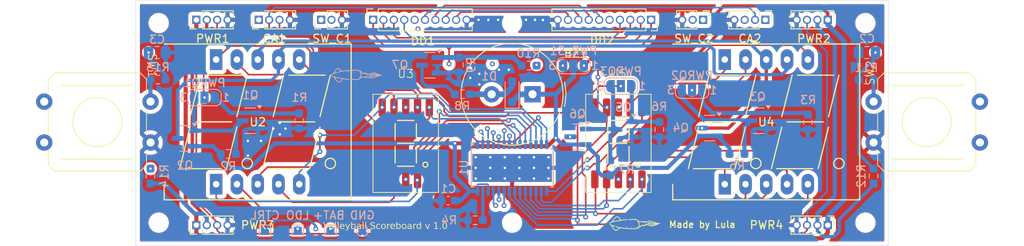
<source format=kicad_pcb>
(kicad_pcb (version 20240108) (generator "pcbnew") (generator_version "8.0")
  (layers (0 "F.Cu" signal) (1 "In1.Cu" signal) (2 "In2.Cu" signal) (31 "B.Cu" signal) (34 "B.Paste" user) (35 "F.Paste" user) (36 "B.SilkS" user "B.Silkscreen") (37 "F.SilkS" user "F.Silkscreen") (38 "B.Mask" user) (39 "F.Mask" user) (44 "Edge.Cuts" user))
  (net 0 "")
  (net 1 "VCC")
  (net 2 "Net-(BZ1-+)")
  (net 3 "Net-(PWRQ1-A)")
  (net 4 "Net-(PWRQ1-B)")
  (net 5 "/MC_DD_2")
  (net 6 "/LDO")
  (net 7 "/BAT+")
  (net 8 "/MC_DD_1")
  (net 9 "Net-(PWRQ2-A)")
  (net 10 "Net-(PWRQ2-B)")
  (net 11 "Net-(PWRQ3-B)")
  (net 12 "/MC_SD")
  (net 13 "Net-(PWRQ3-A)")
  (net 14 "GND")
  (net 15 "/7SEG_DD_2")
  (net 16 "/7SEG_DD_1")
  (net 17 "/7SEG_SD")
  (net 18 "Net-(Q7-G)")
  (net 19 "Net-(Q7-D)")
  (net 20 "Net-(U1-IREF)")
  (net 21 "/BUZZER")
  (net 22 "/GSCLK")
  (net 23 "Net-(U1-OUT4)")
  (net 24 "/SIN")
  (net 25 "/XERR")
  (net 26 "/BLANK")
  (net 27 "Net-(U1-OUT10)")
  (net 28 "/SOUT")
  (net 29 "Net-(U1-OUT0)")
  (net 30 "Net-(U1-OUT11)")
  (net 31 "Net-(U1-OUT8)")
  (net 32 "Net-(R11-Pad1)")
  (net 33 "Net-(U1-OUT2)")
  (net 34 "/SCLK")
  (net 35 "Net-(U1-OUT3)")
  (net 36 "Net-(U1-OUT1)")
  (net 37 "Net-(U1-OUT14)")
  (net 38 "/XLAT")
  (net 39 "Net-(U1-OUT7)")
  (net 40 "Net-(U1-OUT9)")
  (net 41 "Net-(U1-OUT15)")
  (net 42 "Net-(U1-OUT13)")
  (net 43 "/VPRG")
  (net 44 "Net-(U1-OUT5)")
  (net 45 "Net-(U1-OUT6)")
  (net 46 "Net-(U1-OUT12)")
  (net 47 "/CTRL")
  (net 48 "/SW1")
  (net 49 "/SW2")
  (net 50 "Net-(R13-Pad1)")
  (footprint "Connector_PinHeader_1.27mm:PinHeader_1x04_P1.27mm_Vertical" (layer "F.Cu") (at 61.4 110 90)
    (property "Reference" "PWR3")
    (property "Value" "Conn_01x04_Pin" (hide yes))
  )
  (footprint "Luis:lula1" (layer "F.Cu") (at 114.995 109.8)
    (property "Reference" "G***" (hide yes))
    (property "Value" "LOGO" (hide yes))
  )
  (footprint "Connector_PinHeader_1.27mm:PinHeader_1x03_P1.27mm_Vertical" (layer "F.Cu") (at 76.65 84.9 90)
    (property "Reference" "SW_C1")
    (property "Value" "Conn_01x03_Pin" (hide yes))
  )
  (footprint "Connector_PinSocket_1.27mm:PinSocket_1x10_P1.27mm_Vertical" (layer "F.Cu") (at 83.005 84.9 90)
    (property "Reference" "DD1")
    (property "Value" "Conn_01x10_Pin" (hide yes))
  )
  (footprint "Connector_PinHeader_1.27mm:PinHeader_1x04_P1.27mm_Vertical" (layer "F.Cu") (at 138.6 110 -90)
    (property "Reference" "PWR4")
    (property "Value" "Conn_01x04_Pin" (hide yes))
  )
  (footprint "Connector_PinHeader_1.27mm:PinHeader_1x03_P1.27mm_Vertical" (layer "F.Cu") (at 123.35 84.9 -90)
    (property "Reference" "SW_C2")
    (property "Value" "Conn_01x03_Pin" (hide yes))
  )
  (footprint "MountingHole:MountingHole_2mm" (layer "F.Cu") (at 143.2 109.7)
    (property "Reference" "J4" (hide yes))
    (property "Value" "Conn_01x01_Socket" (hide yes))
  )
  (footprint "Luis:GS-2011AB" (layer "F.Cu") (at 87 100)
    (property "Reference" "U3")
    (property "Value" "GS-S2011AB")
  )
  (footprint "Connector_PinHeader_1.27mm:PinHeader_1x04_P1.27mm_Vertical" (layer "F.Cu") (at 69.025 84.9 90)
    (property "Reference" "CA1")
    (property "Value" "Conn_01x04_Pin" (hide yes))
  )
  (footprint "Luis:GS-2011AB" (layer "F.Cu") (at 113 100)
    (property "Reference" "U5")
    (property "Value" "GS-S2011AB")
  )
  (footprint "Luis:Button_12x12x7.3" (layer "F.Cu") (at 150.7 97.4 90)
    (property "Reference" "SW2")
    (property "Value" "SW_Push")
  )
  (footprint "Connector_PinSocket_1.27mm:PinSocket_1x10_P1.27mm_Vertical" (layer "F.Cu") (at 116.995 84.9 -90)
    (property "Reference" "DD2")
    (property "Value" "Conn_01x10_Pin" (hide yes))
  )
  (footprint "Luis:7Seg 0.56In Double" (layer "F.Cu") (at 60 105 90)
    (property "Reference" "U2")
    (property "Value" "7Seg 2Dig 0.56in")
  )
  (footprint "Luis:Button_12x12x7.3" (layer "F.Cu") (at 49.3 97.4 -90)
    (property "Reference" "SW1")
    (property "Value" "SW_Push")
  )
  (footprint "Buzzer_Beeper:Buzzer_TDK_PS1240P02BT_D12.2mm_H6.5mm" (layer "F.Cu") (at 102.5 93.999999 180)
    (property "Reference" "BZ1")
    (property "Value" "Buzzer")
  )
  (footprint "Connector_PinHeader_1.27mm:PinHeader_1x04_P1.27mm_Vertical" (layer "F.Cu") (at 61.4 84.9 90)
    (property "Reference" "PWR1")
    (property "Value" "Conn_01x04_Pin" (hide yes))
  )
  (footprint "Connector_PinHeader_1.27mm:PinHeader_1x04_P1.27mm_Vertical" (layer "F.Cu") (at 130.975 84.9 -90)
    (property "Reference" "CA2")
    (property "Value" "Conn_01x04_Pin" (hide yes))
  )
  (footprint "MountingHole:MountingHole_2mm" (layer "F.Cu") (at 56.795 85.3)
    (property "Reference" "J1" (hide yes))
    (property "Value" "Conn_01x01_Socket" (hide yes))
  )
  (footprint "MountingHole:MountingHole_2mm" (layer "F.Cu") (at 100 85.3)
    (property "Reference" "J5" (hide yes))
    (property "Value" "Conn_01x01_Socket" (hide yes))
  )
  (footprint "MountingHole:MountingHole_2mm" (layer "F.Cu") (at 143.195 85.3)
    (property "Reference" "J3" (hide yes))
    (property "Value" "Conn_01x01_Socket" (hide yes))
  )
  (footprint "MountingHole:MountingHole_2mm" (layer "F.Cu") (at 56.8 109.7)
    (property "Reference" "J2" (hide yes))
    (property "Value" "Conn_01x01_Socket" (hide yes))
  )
  (footprint "MountingHole:MountingHole_2mm" (layer "F.Cu") (at 100 109.7)
    (property "Reference" "J6" (hide yes))
    (property "Value" "Conn_01x01_Socket" (hide yes))
  )
  (footprint "Luis:7Seg 0.56In Double" (layer "F.Cu") (at 122.18 105 90)
    (property "Reference" "U4")
    (property "Value" "7Seg 2Dig 0.56in")
  )
  (footprint "Connector_PinHeader_1.27mm:PinHeader_1x04_P1.27mm_Vertical" (layer "F.Cu") (at 138.6 84.9 -90)
    (property "Reference" "PWR2")
    (property "Value" "Conn_01x04_Pin" (hide yes))
  )
  (footprint "Jumper:SolderJumper-3_P1.3mm_Open_RoundedPad1.0x1.5mm_NumberLabels" (layer "B.Cu") (at 122 93.5 180)
    (property "Reference" "PWRQ2")
    (property "Value" "SolderJumper_3_Open" (hide yes))
  )
  (footprint "TestPoint:TestPoint_Pad_D1.0mm" (layer "B.Cu") (at 81.695 110.7 180)
    (property "Reference" "GND")
    (property "Value" "TestPoint_Pad_D1.0mm" (hide yes))
  )
  (footprint "Resistor_SMD:R_0603_1608Metric_Pad0.98x0.95mm_HandSolder" (layer "B.Cu") (at 118 98.3125 -90)
    (property "Reference" "R6")
    (property "Value" "10K")
  )
  (footprint "Resistor_SMD:R_0603_1608Metric_Pad0.98x0.95mm_HandSolder" (layer "B.Cu") (at 136.1625 97.4125 -90)
    (property "Reference" "R3")
    (property "Value" "10K")
  )
  (footprint "Resistor_SMD:R_0603_1608Metric_Pad0.98x0.95mm_HandSolder" (layer "B.Cu") (at 93.5 90.4 -90)
    (property "Reference" "R9")
    (property "Value" "100k")
  )
  (footprint "Resistor_SMD:R_0603_1608Metric_Pad0.98x0.95mm_HandSolder" (layer "B.Cu") (at 56.695 92.2)
    (property "Reference" "R13")
    (property "Value" "1k")
  )
  (footprint "Jumper:SolderJumper-3_P1.3mm_Open_RoundedPad1.0x1.5mm_NumberLabels" (layer "B.Cu") (at 107.5 90.5 180)
    (property "Reference" "PWR_S1")
    (property "Value" "SolderJumper_3_Open" (hide yes))
  )
  (footprint "TestPoint:TestPoint_Pad_1.0x1.0mm" (layer "B.Cu") (at 69.795 110.7 180)
    (property "Reference" "CTRL")
    (property "Value" "TestPoint_Pad_1.0x1.0mm" (hide yes))
  )
  (footprint "Resistor_SMD:R_0603_1608Metric_Pad0.98x0.95mm_HandSolder" (layer "B.Cu") (at 73.9625 97.25 -90)
    (property "Reference" "R1")
    (property "Value" "10K")
  )
  (footprint "Package_TO_SOT_SMD:SOT-23" (layer "B.Cu") (at 108.0625 99.2 180)
    (property "Reference" "Q6")
    (property "Value" "AO3401A")
  )
  (footprint "Capacitor_SMD:C_0603_1608Metric_Pad1.08x0.95mm_HandSolder" (layer "B.Cu") (at 92.195 107 180)
    (property "Reference" "C1")
    (property "Value" "C")
  )
  (footprint "Luis:lula1" (layer "B.Cu") (at 80.995 91.7)
    (property "Reference" "G***" (hide yes))
    (property "Value" "LOGO" (hide yes))
  )
  (footprint "Jumper:SolderJumper-3_P1.3mm_Open_RoundedPad1.0x1.5mm_NumberLabels" (layer "B.Cu") (at 113.3 93 180)
    (property "Reference" "PWRQ3")
    (property "Value" "SolderJumper_3_Open" (hide yes))
  )
  (footprint "Package_TO_SOT_SMD:SOT-23" (layer "B.Cu") (at 124.1625 98.1375 180)
    (property "Reference" "Q4")
    (property "Value" "AO3401A")
  )
  (footprint "Resistor_SMD:R_0603_1608Metric_Pad0.98x0.95mm_HandSolder" (layer "B.Cu") (at 127.5 101.3)
    (property "Reference" "R5")
    (property "Value" "10K")
  )
  (footprint "Resistor_SMD:R_0603_1608Metric_Pad0.98x0.95mm_HandSolder" (layer "B.Cu") (at 112 103 90)
    (property "Reference" "R7")
    (property "Value" "10K")
  )
  (footprint "Resistor_SMD:R_0603_1608Metric_Pad0.98x0.95mm_HandSolder" (layer "B.Cu") (at 143.295 92.2 180)
    (property "Reference" "R11")
    (property "Value" "1k")
  )
  (footprint "Resistor_SMD:R_0603_1608Metric_Pad0.98x0.95mm_HandSolder" (layer "B.Cu") (at 55.795 104 90)
    (property "Reference" "R14")
    (property "Value" "100k")
  )
  (footprint "Resistor_SMD:R_0603_1608Metric_Pad0.98x0.95mm_HandSolder" (layer "B.Cu") (at 65.3 101.3)
    (property "Reference" "R2")
    (property "Value" "10K")
  )
  (footprint "Package_TO_SOT_SMD:SOT-23" (layer "B.Cu") (at 60.0375 99.4 180)
    (property "Reference" "Q2")
    (property "Value" "AO3401A")
  )
  (footprint "Resistor_SMD:R_0603_1608Metric_Pad0.98x0.95mm_HandSolder" (layer "B.Cu") (at 144.1955 104 90)
    (property "Reference" "R12")
    (property "Value" "100k")
  )
  (footprint "Diode_SMD:D_SOD-323_HandSoldering" (layer "B.Cu") (at 100 93.7 90)
    (property "Reference" "D1")
    (property "Value" "D")
  )
  (footprint "TestPoint:TestPoint_Pad_1.0x1.0mm" (layer "B.Cu") (at 77.795 110.7 180)
    (property "Reference" "BAT+")
    (property "Value" "TestPoint_Pad_1.0x1.0mm" (hide yes))
  )
  (footprint "Capacitor_SMD:C_0805_2012Metric_Pad1.18x1.45mm_HandSolder" (layer "B.Cu") (at 56.595 88.9)
    (property "Reference" "C3")
    (property "Value" "0.1uF")
  )
  (footprint "Jumper:SolderJumper-3_P1.3mm_Open_RoundedPad1.0x1.5mm_NumberLabels" (layer "B.Cu") (at 62.4 94.4 180)
    (property "Reference" "PWRQ1")
    (property "Value" "SolderJumper_3_Open" (hide yes))
  )
  (footprint "Resistor_SMD:R_0603_1608Metric_Pad0.98x0.95mm_HandSolder" (layer "B.Cu") (at 93.9125 94)
    (property "Reference" "R8")
    (property "Value" "200")
  )
  (footprint "Resistor_SMD:R_0603_1608Metric_Pad0.98x0.95mm_HandSolder" (layer "B.Cu") (at 102.0875 90.5)
    (property "Reference" "R10")
    (property "Value" "1k")
  )
  (footprint "Package_TO_SOT_SMD:SOT-23" (layer "B.Cu") (at 89.9375 90.45 180)
    (property "Reference" "Q7")
    (property "Value" "AO3400A")
  )
  (footprint "Package_TO_SOT_SMD:SOT-23" (layer "B.Cu") (at 130.1625 97.2375 180)
    (property "Reference" "Q3")
    (property "Value" "AO3400A")
  )
  (footprint "Package_TO_SOT_SMD:SOT-23" (layer "B.Cu") (at 113.7 98.3 180)
    (property "Reference" "Q5")
    (property "Value" "AO3400A")
  )
  (footprint "TestPoint:TestPoint_Pad_1.0x1.0mm" (layer "B.Cu") (at 73.795 110.7 180)
    (property "Reference" "LDO")
    (property "Value" "TestPoint_Pad_1.0x1.0mm" (hide yes))
  )
  (footprint "Package_TO_SOT_SMD:SOT-23" (layer "B.Cu") (at 67.9625 97.2375 180)
    (property "Reference" "Q1")
    (property "Value" "AO3400A")
  )
  (footprint "Capacitor_SMD:C_0805_2012Metric_Pad1.18x1.45mm_HandSolder" (layer "B.Cu") (at 143.395 88.9 180)
    (property "Reference" "C2")
    (property "Value" "0.1uF")
  )
  (footprint "Package_SO:HTSSOP-28-1EP_4.4x9.7mm_P0.65mm_EP3.4x9.5mm_Mask2.4x6.17mm_ThermalVias" (layer "B.Cu") (at 100 103 -90)
    (property "Reference" "U1")
    (property "Value" "TLC5940PWP")
  )
  (footprint "Resistor_SMD:R_0603_1608Metric_Pad0.98x0.95mm_HandSolder" (layer "B.Cu") (at 95.495 109.4 180)
    (property "Reference" "R4")
    (property "Value" "651")
  )
  (gr_line (start 54 112.5) (end 146 112.5) (stroke (width 0.05)) (layer "Edge.Cuts"))
  (gr_line (start 146 112.5) (end 146 82.5) (stroke (width 0.05)) (layer "Edge.Cuts"))
  (gr_line (start 54 82.5) (end 54 112.5) (stroke (width 0.05)) (layer "Edge.Cuts"))
  (gr_line (start 54 82.5) (end 146 82.5) (stroke (width 0.05)) (layer "Edge.Cuts"))
  (gr_text "Made by Lula" (at 119.095 110.4 0) (layer "F.SilkS") (effects (font (size 0.8 0.8)) (justify left bottom)))
  (gr_text "Volleyball Scoreboard v 1.0" (at 76.895 110.6 0) (layer "F.SilkS") (effects (font (size 0.8 0.8)) (justify left bottom)))
  (segment (start 94.460661 100) (end 94.810661 100.35) (width 0.5) (layer "F.Cu") (net 1))
  (segment (start 104.350002 100.35) (end 105.350001 99.350001) (width 0.5) (layer "F.Cu") (net 1))
  (segment (start 94.810661 100.35) (end 104.350002 100.35) (width 0.5) (layer "F.Cu") (net 1))
  (segment (start 93 100) (end 94.460661 100) (width 0.5) (layer "F.Cu") (net 1))
  (via (at 105.350001 99.350001) (size 0.6) (drill 0.3) (layers "F.Cu" "B.Cu") (net 1))
  (via (at 93 100) (size 0.6) (drill 0.3) (layers "F.Cu" "B.Cu") (net 1))
  (segment (start 126.5875 100.575) (end 125.1 99.0875) (width 0.5) (layer "B.Cu") (net 1))
  (segment (start 119 103) (end 122.9125 99.0875) (width 0.5) (layer "B.Cu") (net 1))
  (segment (start 95.775 105.85) (end 94.85 105.85) (width 0.5) (layer "B.Cu") (net 1))
  (segment (start 97.075 105.1) (end 96.975 105) (width 0.2) (layer "B.Cu") (net 1))
  (segment (start 106.15 100.15) (end 105.350001 99.350001) (width 0.5) (layer "B.Cu") (net 1))
  (segment (start 110.954432 103.9125) (end 112 103.9125) (width 0.5) (layer "B.Cu") (net 1))
  (segment (start 102.5 93.999999) (end 105.350001 93.999999) (width 0.6) (layer "B.Cu") (net 1))
  (segment (start 101.295 94) (end 102.5 94) (width 0.7) (layer "B.Cu") (net 1))
  (segment (start 112 103.9125) (end 112.0875 104) (width 0.5) (layer "B.Cu") (net 1))
  (segment (start 126.5875 101.3) (end 126.5875 100.575) (width 0.5) (layer "B.Cu") (net 1))
  (segment (start 97.075 105.85) (end 97.075 105.1) (width 0.2) (layer "B.Cu") (net 1))
  (segment (start 110.5 103.458068) (end 110.954432 103.9125) (width 0.5) (layer "B.Cu") (net 1))
  (segment (start 110.5 101.65) (end 110.5 103.458068) (width 0.5) (layer "B.Cu") (net 1))
  (segment (start 95.775 105.1) (end 95.775 105.85) (width 0.2) (layer "B.Cu") (net 1))
  (segment (start 113.0875 103) (end 119 103) (width 0.5) (layer "B.Cu") (net 1))
  (segment (start 95.875 105) (end 95.775 105.1) (width 0.2) (layer "B.Cu") (net 1))
  (segment (start 65.5 103) (end 64.3875 101.8875) (width 0.5) (layer "B.Cu") (net 1))
  (segment (start 96.975 105) (end 95.875 105) (width 0.2) (layer "B.Cu") (net 1))
  (segment (start 93.0575 107) (end 93.7 107) (width 0.5) (layer "B.Cu") (net 1))
  (segment (start 112.0875 104) (end 113.0875 103) (width 0.5) (layer "B.Cu") (net 1))
  (segment (start 64.3875 101.8875) (end 64.3875 101.3) (width 0.5) (layer "B.Cu") (net 1))
  (segment (start 100.950001 93.999999) (end 102.241569 93.999999) (width 0.7) (layer "B.Cu") (net 1))
  (segment (start 122.9125 99.0875) (end 125.1 99.0875) (width 0.5) (layer "B.Cu") (net 1))
  (segment (start 71 100) (end 68 103) (width 0.5) (layer "B.Cu") (net 1))
  (segment (start 93 104) (end 93 100) (width 0.5) (layer "B.Cu") (net 1))
  (segment (start 109 100.15) (end 106.15 100.15) (width 0.5) (layer "B.Cu") (net 1))
  (segment (start 93.7 107) (end 94.85 105.85) (width 0.5) (layer "B.Cu") (net 1))
  (segment (start 68 103) (end 65.5 103) (width 0.5) (layer "B.Cu") (net 1))
  (segment (start 105.350001 93.999999) (end 107.5 91.85) (width 0.6) (layer "B.Cu") (net 1))
  (segment (start 100.3 94.65) (end 100.950001 93.999999) (width 0.7) (layer "B.Cu") (net 1))
  (segment (start 60.975 100.35) (end 63.4375 100.35) (width 0.5) (layer "B.Cu") (net 1))
  (segment (start 105.350001 99.350001) (end 105.350001 93.999999) (width 0.5) (layer "B.Cu") (net 1))
  (segment (start 94.85 105.85) (end 93 104) (width 0.5) (layer "B.Cu") (net 1))
  (segment (start 63.4375 100.35) (end 64.3875 101.3) (width 0.5) (layer "B.Cu") (net 1))
  (segment (start 107.5 91.85) (end 107.5 90.5) (width 0.6) (layer "B.Cu") (net 1))
  (segment (start 109 100.15) (end 110.5 101.65) (width 0.5) (layer "B.Cu") (net 1))
  (segment (start 93 100) (end 71 100) (width 0.5) (layer "B.Cu") (net 1))
  (segment (start 99.1 94) (end 100 93.1) (width 0.7) (layer "B.Cu") (net 2))
  (segment (start 97.5 94) (end 99.1 94) (width 0.7) (layer "B.Cu") (net 2))
  (segment (start 100 93.1) (end 100 92.45) (width 0.7) (layer "B.Cu") (net 2))
  (segment (start 94.825 94) (end 97.5 94) (width 0.7) (layer "B.Cu") (net 2))
  (segment (start 97.5 94) (end 99 94) (width 0.5) (layer "B.Cu") (net 2))
  (segment (start 98.75 94) (end 97.241569 93.999999) (width 0.7) (layer "B.Cu") (net 2))
  (segment (start 73.825 96.3375) (end 68.95 96.3375) (width 0.5) (layer "B.Cu") (net 3))
  (segment (start 68.95 96.3375) (end 68.9 96.2875) (width 0.5) (layer "B.Cu") (net 3))
  (segment (start 68.9 96.2875) (end 65.5875 96.2875) (width 0.5) (layer "B.Cu") (net 3))
  (segment (start 65.5875 96.2875) (end 63.7 94.4) (width 0.5) (layer "B.Cu") (net 3))
  (segment (start 66.975 97.1875) (end 67.025 97.2375) (width 0.5) (layer "B.Cu") (net 4))
  (segment (start 61.1 94.4) (end 61.1 98.325) (width 0.5) (layer "B.Cu") (net 4))
  (segment (start 66.53125 97.73125) (end 67.025 97.2375) (width 0.6) (layer "B.Cu") (net 4))
  (segment (start 66.2125 101.3) (end 66.2125 98.05) (width 0.6) (layer "B.Cu") (net 4))
  (segment (start 60.975 98.45) (end 65.8125 98.45) (width 0.5) (layer "B.Cu") (net 4))
  (segment (start 61.1 98.325) (end 60.975 98.45) (width 0.5) (layer "B.Cu") (net 4))
  (segment (start 65.8125 98.45) (end 66.53125 97.73125) (width 0.5) (layer "B.Cu") (net 4))
  (segment (start 66.2125 98.05) (end 66.53125 97.73125) (width 0.6) (layer "B.Cu") (net 4))
  (segment (start 70.295 86) (end 70.295 84.9) (width 0.2) (layer "F.Cu") (net 5))
  (segment (start 62.895 87.5) (end 68.795 87.5) (width 0.2) (layer "F.Cu") (net 5))
  (segment (start 62.295 94.3) (end 62.295 88.1) (width 0.2) (layer "F.Cu") (net 5))
  (segment (start 68.795 87.5) (end 70.295 86) (width 0.2) (layer "F.Cu") (net 5))
  (segment (start 62.295 88.1) (end 62.895 87.5) (width 0.2) (layer "F.Cu") (net 5))
  (segment (start 62.395 94.4) (end 62.295 94.3) (width 0.2) (layer "F.Cu") (net 5))
  (via (at 62.395 94.4) (size 0.6) (drill 0.3) (layers "F.Cu" "B.Cu") (net 5))
  (segment (start 70.295 84.1) (end 70.295 84.9) (width 0.2) (layer "B.Cu") (net 5))
  (segment (start 129.705 84.9) (end 129.705 84.11) (width 0.2) (layer "B.Cu") (net 5))
  (segment (start 70.995 83.4) (end 70.295 84.1) (width 0.2) (layer "B.Cu") (net 5))
  (segment (start 129.705 84.11) (end 128.995 83.4) (width 0.2) (layer "B.Cu") (net 5))
  (segment (start 128.995 83.4) (end 70.995 83.4) (width 0.2) (layer "B.Cu") (net 5))
  (segment (start 60.895 107.3) (end 62.67 109.075) (width 0.4) (layer "F.Cu") (net 6))
  (segment (start 62.67 84.9) (end 62.67 86.417894) (width 0.4) (layer "F.Cu") (net 6))
  (segment (start 60.895 88.192894) (end 60.895 107.3) (width 0.4) (layer "F.Cu") (net 6))
  (segment (start 62.67 109.075) (end 62.67 110) (width 0.4) (layer "F.Cu") (net 6))
  (segment (start 62.67 86.417894) (end 60.895 88.192894) (width 0.4) (layer "F.Cu") (net 6))
  (via (at 73.795 110.45) (size 0.6) (drill 0.3) (layers "F.Cu" "B.Cu") (net 6))
  (via (at 106.195 90.5) (size 0.6) (drill 0.3) (layers "F.Cu" "B.Cu") (net 6))
  (segment (start 62.195 108.6) (end 62.67 109.075) (width 0.5) (layer "B.Cu") (net 6))
  (segment (start 61.195 108.6) (end 62.195 108.6) (width 0.5) (layer "B.Cu") (net 6))
  (segment (start 139.395 111.4) (end 138.022894 111.4) (width 0.4) (layer "B.Cu") (net 6))
  (segment (start 139.995 109.3) (end 139.995 110.8) (width 0.4) (layer "B.Cu") (net 6))
  (segment (start 57.5075 104.9125) (end 61.195 108.6) (width 0.5) (layer "B.Cu") (net 6))
  (segment (start 139.45 87.95) (end 137.33 85.83) (width 0.5) (layer "B.Cu") (net 6))
  (segment (start 138.022894 111.4) (end 137.33 110.707106) (width 0.4) (layer "B.Cu") (net 6))
  (segment (start 137.33 110.707106) (end 137.33 110) (width 0.4) (layer "B.Cu") (net 6))
  (segment (start 62.67 109.075) (end 62.67 110) (width 0.5) (layer "B.Cu") (net 6))
  (segment (start 144.1955 104.9125) (end 144.1955 105.0995) (width 0.4) (layer "B.Cu") (net 6))
  (segment (start 144.1955 105.0995) (end 139.995 109.3) (width 0.4) (layer "B.Cu") (net 6))
  (segment (start 55.795 104.9125) (end 57.5075 104.9125) (width 0.5) (layer "B.Cu") (net 6))
  (segment (start 137.33 108.57) (end 139.45 106.45) (width 0.5) (layer "B.Cu") (net 6))
  (segment (start 137.33 85.83) (end 137.33 84.9) (width 0.5) (layer "B.Cu") (net 6))
  (segment (start 139.995 110.8) (end 139.395 111.4) (width 0.4) (layer "B.Cu") (net 6))
  (segment (start 139.45 106.45) (end 139.45 87.95) (width 0.5) (layer "B.Cu") (net 6))
  (segment (start 137.33 110) (end 137.33 108.57) (width 0.5) (layer "B.Cu") (net 6))
  (segment (start 61.4 86.595) (end 60.095 87.9) (width 0.5) (layer "F.Cu") (net 7))
  (segment (start 125.095 86.7) (end 125.095 84) (width 0.4) (layer "F.Cu") (net 7))
  (segment (start 61.4 110) (end 61.4 111) (width 0.5) (layer "F.Cu") (net 7))
  (segment (start 61.4 84.9) (end 61.4 86.595) (width 0.5) (layer "F.Cu") (net 7))
  (segment (start 60.095 107.5) (end 61.4 108.805) (width 0.5) (layer "F.Cu") (net 7))
  (segment (start 61.4 111) (end 62 111.6) (width 0.5) (layer "F.Cu") (net 7))
  (segment (start 137.945 111.6) (end 138.6 110.945) (width 0.5) (layer "F.Cu") (net 7))
  (segment (start 125.095 84) (end 125.895 83.2) (width 0.4) (layer "F.Cu") (net 7))
  (segment (start 125.895 83.2) (end 137.695 83.2) (width 0.4) (layer "F.Cu") (net 7))
  (segment (start 137.695 83.2) (end 138.6 84.105) (width 0.4) (layer "F.Cu") (net 7))
  (segment (start 108.795 90.5) (end 109.595 89.7) (width 0.4) (layer "F.Cu") (net 7))
  (segment (start 138.6 110.945) (end 138.6 110) (width 0.5) (layer "F.Cu") (net 7))
  (segment (start 109.595 89.7) (end 122.095 89.7) (width 0.4) (layer "F.Cu") (net 7))
  (segment (start 62 111.6) (end 137.945 111.6) (width 0.5) (layer "F.Cu") (net 7))
  (segment (start 61.4 108.805) (end 61.4 110) (width 0.5) (layer "F.Cu") (net 7))
  (segment (start 122.095 89.7) (end 125.095 86.7) (width 0.4) (layer "F.Cu") (net 7))
  (segment (start 60.095 87.9) (end 60.095 107.5) (width 0.5) (layer "F.Cu") (net 7))
  (segment (start 138.6 84.105) (end 138.6 84.9) (width 0.4) (layer "F.Cu") (net 7))
  (via (at 77.795 110.45) (size 0.6) (drill 0.3) (layers "F.Cu" "B.Cu") (net 7))
  (via (at 108.795 90.5) (size 0.6) (drill 0.3) (layers "F.Cu" "B.Cu") (net 7))
  (segment (start 140.6 106.9) (end 140.6 87.5) (width 0.6) (layer "B.Cu") (net 7))
  (segment (start 138.6 110) (end 138.6 108.9) (width 0.6) (layer "B.Cu") (net 7))
  (segment (start 140.6 87.5) (end 138.6 85.5) (width 0.6) (layer "B.Cu") (net 7))
  (segment (start 138.6 108.9) (end 140.6 106.9) (width 0.6) (layer "B.Cu") (net 7))
  (segment (start 138.6 85.5) (end 138.6 84.9) (width 0.6) (layer "B.Cu") (net 7))
  (via (at 122 93.5) (size 0.6) (drill 0.3) (layers "F.Cu" "B.Cu") (net 8))
  (segment (start 124.4875 96.2875) (end 123.3 95.1) (width 0.5) (layer "B.Cu") (net 9))
  (segment (start 135.95 96.2875) (end 136.1625 96.5) (width 0.5) (layer "B.Cu") (net 9))
  (segment (start 131.1 96.2875) (end 124.4875 96.2875) (width 0.5) (layer "B.Cu") (net 9))
  (segment (start 123.3 95.1) (end 123.3 93.5) (width 0.5) (layer "B.Cu") (net 9))
  (segment (start 131.1 96.2875) (end 135.95 96.2875) (width 0.5) (layer "B.Cu") (net 9))
  (segment (start 128.4125 101.3) (end 128.4125 98.05) (width 0.5) (layer "B.Cu") (net 10))
  (segment (start 120.7 94.35) (end 120.7 93.5) (width 0.5) (layer "B.Cu") (net 10))
  (segment (start 129.175 97.1875) (end 129.225 97.2375) (width 0.5) (layer "B.Cu") (net 10))
  (segment (start 128.4125 98.05) (end 129.225 97.2375) (width 0.5) (layer "B.Cu") (net 10))
  (segment (start 125.1 97.1875) (end 129.175 97.1875) (width 0.5) (layer "B.Cu") (net 10))
  (segment (start 125.1 97.1875) (end 123.5375 97.1875) (width 0.5) (layer "B.Cu") (net 10))
  (segment (start 123.5375 97.1875) (end 120.7 94.35) (width 0.5) (layer "B.Cu") (net 10))
  (segment (start 112.35 97.8875) (end 112.35 93.35) (width 0.5) (layer "B.Cu") (net 11))
  (segment (start 109 98.25) (end 112.7125 98.25) (width 0.5) (layer "B.Cu") (net 11))
  (segment (start 112 102.0875) (end 112 99.0625) (width 0.5) (layer "B.Cu") (net 11))
  (segment (start 112.7125 98.25) (end 112.7625 98.3) (width 0.5) (layer "B.Cu") (net 11))
  (segment (start 112.7625 98.3) (end 112.7625 98.3375) (width 0.5) (layer "B.Cu") (net 11))
  (segment (start 112.53125 98.06875) (end 112.35 98.25) (width 0.5) (layer "B.Cu") (net 11))
  (segment (start 112 99.0625) (end 112.7625 98.3) (width 0.5) (layer "B.Cu") (net 11))
  (segment (start 112.53125 98.06875) (end 112.35 97.8875) (width 0.5) (layer "B.Cu") (net 11))
  (segment (start 112.7625 98.3) (end 112.53125 98.06875) (width 0.5) (layer "B.Cu") (net 11))
  (segment (start 112.35 93.35) (end 112 93) (width 0.5) (layer "B.Cu") (net 11))
  (segment (start 99.643466 96.273235) (end 107.371765 96.273235) (width 0.2) (layer "F.Cu") (net 12))
  (segment (start 71.565 87.07) (end 72.195 87.7) (width 0.2) (layer "F.Cu") (net 12))
  (segment (start 71.565 84.9) (end 71.565 87.07) (width 0.2) (layer "F.Cu") (net 12))
  (segment (start 91.695 96.1) (end 92.295 96.7) (width 0.2) (layer "F.Cu") (net 12))
  (segment (start 72.195 87.7) (end 74.860685 87.7) (width 0.2) (layer "F.Cu") (net 12))
  (segment (start 75.695 90.343628) (end 78.451372 93.1) (width 0.2) (layer "F.Cu") (net 12))
  (segment (start 107.371765 96.273235) (end 110.645 93) (width 0.2) (layer "F.Cu") (net 12))
  (segment (start 88.095 93.1) (end 88.895 93.9) (width 0.2) (layer "F.Cu") (net 12))
  (segment (start 88.895 93.9) (end 90.195 93.9) (width 0.2) (layer "F.Cu") (net 12))
  (segment (start 92.295 96.7) (end 99.216701 96.7) (width 0.2) (layer "F.Cu") (net 12))
  (segment (start 78.451372 93.1) (end 88.095 93.1) (width 0.2) (layer "F.Cu") (net 12))
  (segment (start 75.695 88.534314) (end 75.695 90.343628) (width 0.2) (layer "F.Cu") (net 12))
  (segment (start 74.860685 87.7) (end 75.695 88.534314) (width 0.2) (layer "F.Cu") (net 12))
  (segment (start 91.695 95.4) (end 91.695 96.1) (width 0.2) (layer "F.Cu") (net 12))
  (segment (start 90.195 93.9) (end 91.695 95.4) (width 0.2) (layer "F.Cu") (net 12))
  (segment (start 110.645 93) (end 113.295 93) (width 0.2) (layer "F.Cu") (net 12))
  (segment (start 99.216701 96.7) (end 99.643466 96.273235) (width 0.2) (layer "F.Cu") (net 12))
  (via (at 113.295 93) (size 0.6) (drill 0.3) (layers "F.Cu" "B.Cu") (net 12))
  (segment (start 114.6375 97.35) (end 114.6375 93.0375) (width 0.5) (layer "B.Cu") (net 13))
  (segment (start 114.6375 97.35) (end 117.95 97.35) (width 0.5) (layer "B.Cu") (net 13))
  (segment (start 117.95 97.35) (end 118 97.4) (width 0.5) (layer "B.Cu") (net 13))
  (segment (start 114.6875 97.4) (end 114.6375 97.35) (width 0.5) (layer "B.Cu") (net 13))
  (segment (start 114.6375 93.0375) (end 114.6 93) (width 0.5) (layer "B.Cu") (net 13))
  (via (at 70.795 98.2) (size 0.6) (drill 0.3) (layers "F.Cu" "B.Cu") (net 14))
  (via (at 97.095 84.9) (size 0.6) (drill 0.3) (layers "F.Cu" "B.Cu") (net 14))
  (via (at 94.895 90.8) (size 0.6) (drill 0.3) (layers "F.Cu" "B.Cu") (net 14))
  (via (at 98.395 91) (size 0.6) (drill 0.3) (layers "F.Cu" "B.Cu") (net 14))
  (via (at 98.295 84.9) (size 0.6) (drill 0.3) (layers "F.Cu" "B.Cu") (net 14))
  (via (at 67.695 101.5) (size 0.6) (drill 0.3) (layers "F.Cu" "B.Cu") (net 14))
  (via (at 67.695 99.7) (size 0.6) (drill 0.3) (layers "F.Cu" "B.Cu") (net 14))
  (via (at 71.595 98.9) (size 0.6) (drill 0.3) (layers "F.Cu" "B.Cu") (net 14))
  (via (at 94.895 92) (size 0.6) (drill 0.3) (layers "F.Cu" "B.Cu") (net 14))
  (via (at 69.295 99.7) (size 0.6) (drill 0.3) (layers "F.Cu" "B.Cu") (net 14))
  (via (at 71.595 97.5) (size 0.6) (drill 0.3) (layers "F.Cu" "B.Cu") (net 14))
  (via (at 102.795 84.9) (size 0.6) (drill 0.3) (layers "F.Cu" "B.Cu") (net 14))
  (via (at 95.895 84.9) (size 0.6) (drill 0.3) (layers "F.Cu" "B.Cu") (net 14))
  (via (at 95.995 91.5) (size 0.6) (drill 0.3) (layers "F.Cu" "B.Cu") (net 14))
  (via (at 72.295 98.2) (size 0.6) (drill 0.3) (layers "F.Cu" "B.Cu") (net 14))
  (via (at 103.770735 84.924265) (size 0.6) (drill 0.3) (layers "F.Cu" "B.Cu") (net 14))
  (via (at 101.705 84.9) (size 0.6) (drill 0.3) (layers "F.Cu" "B.Cu") (net 14))
  (via (at 99.595 91) (size 0.6) (drill 0.3) (layers "F.Cu" "B.Cu") (net 14))
  (via (at 95.995 92.8) (size 0.6) (drill 0.3) (layers "F.Cu" "B.Cu") (net 14))
  (segment (start 68.925 98.1625) (end 68.9 98.1875) (width 0.5) (layer "B.Cu") (net 14))
  (segment (start 95.775 100.15) (end 94.85 100.15) (width 0.5) (layer "B.Cu") (net 14))
  (segment (start 114.6625 99.225) (end 114.6375 99.25) (width 0.5) (layer "B.Cu") (net 14))
  (segment (start 94.85 100.15) (end 94.2 100.8) (width 0.5) (layer "B.Cu") (net 14))
  (segment (start 124.695 88.6) (end 124.695 91.3) (width 0.4) (layer "B.Cu") (net 15))
  (segment (start 133 91.6) (end 133.62 90.98) (width 0.4) (layer "B.Cu") (net 15))
  (segment (start 60.3 92.3) (end 59.1 93.5) (width 0.4) (layer "B.Cu") (net 15))
  (segment (start 71.44 89.76) (end 71.44 88.855) (width 0.4) (layer "B.Cu") (net 15))
  (segment (start 133.62 90.98) (end 133.62 89.76) (width 0.4) (layer "B.Cu") (net 15))
  (segment (start 124.195 88.1) (end 124.695 88.6) (width 0.4) (layer "B.Cu") (net 15))
  (segment (start 71.44 91.46) (end 70.6 92.3) (width 0.4) (layer "B.Cu") (net 15))
  (segment (start 74.463316 88.1) (end 124.195 88.1) (width 0.4) (layer "B.Cu") (net 15))
  (segment (start 71.44 88.855) (end 72.197 88.098) (width 0.4) (layer "B.Cu") (net 15))
  (segment (start 71.44 89.76) (end 71.44 91.46) (width 0.4) (layer "B.Cu") (net 15))
  (segment (start 70.6 92.3) (end 60.3 92.3) (width 0.4) (layer "B.Cu") (net 15))
  (segment (start 124.695 91.3) (end 124.995 91.6) (width 0.4) (layer "B.Cu") (net 15))
  (segment (start 59.1 93.5) (end 59.1 99.4) (width 0.4) (layer "B.Cu") (net 15))
  (segment (start 74.461316 88.098) (end 74.463316 88.1) (width 0.4) (layer "B.Cu") (net 15))
  (segment (start 72.197 88.098) (end 74.461316 88.098) (width 0.4) (layer "B.Cu") (net 15))
  (segment (start 124.995 91.6) (end 133 91.6) (width 0.4) (layer "B.Cu") (net 15))
  (segment (start 131.08 89.76) (end 131.08 93.52) (width 0.4) (layer "F.Cu") (net 16))
  (segment (start 131.08 93.52) (end 126.4625 98.1375) (width 0.4) (layer "F.Cu") (net 16))
  (segment (start 126.4625 98.1375) (end 123.225 98.1375) (width 0.4) (layer "F.Cu") (net 16))
  (via (at 123.225 98.1375) (size 0.6) (drill 0.3) (layers "F.Cu" "B.Cu") (net 16))
  (segment (start 74.711844 87.5) (end 128.82 87.5) (width 0.4) (layer "B.Cu") (net 16))
  (segment (start 68.9 89.76) (end 68.9 88.8) (width 0.4) (layer "B.Cu") (net 16))
  (segment (start 70.202 87.498) (end 74.709844 87.498) (width 0.4) (layer "B.Cu") (net 16))
  (segment (start 68.9 88.8) (end 70.202 87.498) (width 0.4) (layer "B.Cu") (net 16))
  (segment (start 128.82 87.5) (end 131.08 89.76) (width 0.4) (layer "B.Cu") (net 16))
  (segment (start 74.709844 87.498) (end 74.711844 87.5) (width 0.4) (layer "B.Cu") (net 16))
  (via (at 113.1 95.6) (size 0.6) (drill 0.3) (layers "F.Cu" "B.Cu") (net 17))
  (via (at 87 104.4) (size 0.6) (drill 0.3) (layers "F.Cu" "B.Cu") (net 17))
  (via (at 86.995 95.6) (size 0.6) (drill 0.3) (layers "F.Cu" "B.Cu") (net 17))
  (via (at 112.995 104.4) (size 0.6) (drill 0.3) (layers "F.Cu" "B.Cu") (net 17))
  (via (at 107.095 99.2) (size 0.6) (drill 0.3) (layers "F.Cu" "B.Cu") (net 17))
  (segment (start 93.4875 89.5) (end 93.5 89.4875) (width 0.6) (layer "B.Cu") (net 18))
  (segment (start 90.875 89.5) (end 93.4875 89.5) (width 0.6) (layer "B.Cu") (net 18))
  (segment (start 93.5 89.4875) (end 100.1625 89.4875) (width 0.6) (layer "B.Cu") (net 18))
  (segment (start 100.1625 89.4875) (end 101.175 90.5) (width 0.6) (layer "B.Cu") (net 18))
  (segment (start 93 94) (end 92 93) (width 0.4) (layer "B.Cu") (net 19))
  (segment (start 89.5 93) (end 89 92.5) (width 0.4) (layer "B.Cu") (net 19))
  (segment (start 89 92.5) (end 89 90.45) (width 0.4) (layer "B.Cu") (net 19))
  (segment (start 92 93) (end 89.5 93) (width 0.4) (layer "B.Cu") (net 19))
  (segment (start 96.425 109.3825) (end 96.4075 109.4) (width 0.2) (layer "B.Cu") (net 20))
  (segment (start 96.4075 105.8675) (end 96.425 105.85) (width 0.2) (layer "B.Cu") (net 20))
  (segment (start 96.425 105.85) (end 96.425 109.3825) (width 0.4) (layer "B.Cu") (net 20))
  (segment (start 63.94 109.637894) (end 61.395 107.092894) (width 0.2) (layer "F.Cu") (net 21))
  (segment (start 63.94 110) (end 63.94 109.637894) (width 0.2) (layer "F.Cu") (net 21))
  (segment (start 136.06 110.635) (end 136.06 110) (width 0.2) (layer "F.Cu") (net 21))
  (segment (start 64.345 111.05) (end 135.645 111.05) (width 0.2) (layer "F.Cu") (net 21))
  (segment (start 61.395 107.092894) (end 61.395 88.4) (width 0.2) (layer "F.Cu") (net 21))
  (segment (start 63.94 85.855) (end 63.94 84.9) (width 0.2) (layer "F.Cu") (net 21))
  (segment (start 135.645 111.05) (end 136.06 110.635) (width 0.2) (layer "F.Cu") (net 21))
  (segment (start 63.94 110) (end 63.94 110.645) (width 0.2) (layer "F.Cu") (net 21))
  (segment (start 61.395 88.4) (end 63.94 85.855) (width 0.2) (layer "F.Cu") (net 21))
  (segment (start 63.94 110.645) (end 64.345 111.05) (width 0.2) (layer "F.Cu") (net 21))
  (via (at 102.995 90.4) (size 0.6) (drill 0.3) (layers "F.Cu" "B.Cu") (net 21))
  (segment (start 136.06 110) (end 136.06 108.34) (width 0.2) (layer "B.Cu") (net 21))
  (segment (start 103 90.5) (end 103 90.405) (width 0.5) (layer "B.Cu") (net 21))
  (segment (start 136.06 86.36) (end 136.06 84.9) (width 0.2) (layer "B.Cu") (net 21))
  (segment (start 136.06 108.34) (end 138.5 105.9) (width 0.2) (layer "B.Cu") (net 21))
  (segment (start 103 90.405) (end 102.995 90.4) (width 0.5) (layer "B.Cu") (net 21))
  (segment (start 138.5 105.9) (end 138.5 88.8) (width 0.2) (layer "B.Cu") (net 21))
  (segment (start 138.5 88.8) (end 136.06 86.36) (width 0.2) (layer "B.Cu") (net 21))
  (segment (start 85.895 87.1) (end 85.545 86.75) (width 0.2) (layer "F.Cu") (net 22))
  (segment (start 113.795 87.1) (end 85.895 87.1) (width 0.2) (layer "F.Cu") (net 22))
  (segment (start 114.455 86.44) (end 113.795 87.1) (width 0.2) (layer "F.Cu") (net 22))
  (segment (start 114.455 84.9) (end 114.455 86.44) (width 0.2) (layer "F.Cu") (net 22))
  (segment (start 85.545 86.75) (end 85.545 84.9) (width 0.2) (layer "F.Cu") (net 22))
  (via (at 97.995 107.6) (size 0.6) (drill 0.3) (layers "F.Cu" "B.Cu") (net 22))
  (segment (start 97.725 107.33) (end 97.725 105.85) (width 0.2) (layer "B.Cu") (net 22))
  (segment (start 97.995 107.6) (end 97.725 107.33) (width 0.2) (layer "B.Cu") (net 22))
  (segment (start 70.1 102.9) (end 83.8 102.9) (width 0.2) (layer "F.Cu") (net 23))
  (segment (start 68.9 105) (end 68.9 104.1) (width 0.2) (layer "F.Cu") (net 23))
  (segment (start 68.9 104.1) (end 70.1 102.9) (width 0.2) (layer "F.Cu") (net 23))
  (segment (start 91.095 96.1) (end 91.095 97.405) (width 0.2) (layer "F.Cu") (net 23))
  (segment (start 84.12 103.22) (end 84.12 104.4) (width 0.2) (layer "F.Cu") (net 23))
  (segment (start 91.095 97.405) (end 88 100.5) (width 0.2) (layer "F.Cu") (net 23))
  (segment (start 86.95 102.4) (end 84.8 102.4) (width 0.2) (layer "F.Cu") (net 23))
  (segment (start 84.8 102.4) (end 84.12 103.08) (width 0.2) (layer "F.Cu") (net 23))
  (segment (start 84.12 103.08) (end 84.12 104.4) (width 0.2) (layer "F.Cu") (net 23))
  (segment (start 83.8 102.9) (end 84.12 103.22) (width 0.2) (layer "F.Cu") (net 23))
  (segment (start 88 100.5) (end 88 101.35) (width 0.2) (layer "F.Cu") (net 23))
  (segment (start 88 101.35) (end 86.95 102.4) (width 0.2) (layer "F.Cu") (net 23))
  (via (at 91.095 96.1) (size 0.6) (drill 0.3) (layers "F.Cu" "B.Cu") (net 23))
  (segment (start 100.8 96.6) (end 102.275 98.075) (width 0.2) (layer "B.Cu") (net 23))
  (segment (start 102.275 98.075) (end 102.275 100.15) (width 0.2) (layer "B.Cu") (net 23))
  (segment (start 91.095 96.1) (end 91.595 96.6) (width 0.2) (layer "B.Cu") (net 23))
  (segment (start 91.595 96.6) (end 100.8 96.6) (width 0.2) (layer "B.Cu") (net 23))
  (segment (start 91.895 84.45) (end 91.895 84.9) (width 0.2) (layer "F.Cu") (net 24))
  (segment (start 108.105 84.9) (end 108.105 84.31) (width 0.2) (layer "F.Cu") (net 24))
  (segment (start 108.105 84.31) (end 107.345 83.55) (width 0.2) (layer "F.Cu") (net 24))
  (segment (start 92.795 83.55) (end 91.895 84.45) (width 0.2) (layer "F.Cu") (net 24))
  (segment (start 107.345 83.55) (end 92.795 83.55) (width 0.2) (layer "F.Cu") (net 24))
  (via (at 98.374576 99.2) (size 0.6) (drill 0.3) (layers "F.Cu" "B.Cu") (net 24))
  (segment (start 98.375 100.15) (end 98.375 99.200424) (width 0.2) (layer "B.Cu") (net 24))
  (segment (start 98.375 99.200424) (end 98.374576 99.2) (width 0.2) (layer "B.Cu") (net 24))
  (via (at 99.020735 107.609799) (size 0.6) (drill 0.3) (layers "F.Cu" "B.Cu") (net 25))
  (segment (start 110.645 84.35) (end 110.645 84.9) (width 0.2) (layer "B.Cu") (net 25))
  (segment (start 99.025 107.605534) (end 99.025 105.85) (width 0.2) (layer "B.Cu") (net 25))
  (segment (start 89.355 84.34) (end 89.895 83.8) (width 0.2) (layer "B.Cu") (net 25))
  (segment (start 89.355 84.9) (end 89.355 84.34) (width 0.2) (layer "B.Cu") (net 25))
  (segment (start 99.020735 107.609799) (end 99.025 107.605534) (width 0.2) (layer "B.Cu") (net 25))
  (segment (start 89.895 83.8) (end 110.095 83.8) (width 0.2) (layer "B.Cu") (net 25))
  (segment (start 110.095 83.8) (end 110.645 84.35) (width 0.2) (layer "B.Cu") (net 25))
  (via (at 96.184232 98.600011) (size 0.6) (drill 0.3) (layers "F.Cu" "B.Cu") (net 26))
  (segment (start 112.495 87) (end 87.595 87) (width 0.2) (layer "B.Cu") (net 26))
  (segment (start 87.595 87) (end 86.815 86.22) (width 0.2) (layer "B.Cu") (net 26))
  (segment (start 113.185 86.31) (end 112.495 87) (width 0.2) (layer "B.Cu") (net 26))
  (segment (start 96.425 100.15) (end 96.425 98.840779) (width 0.2) (layer "B.Cu") (net 26))
  (segment (start 86.815 86.22) (end 86.815 84.9) (width 0.2) (layer "B.Cu") (net 26))
  (segment (start 96.425 98.840779) (end 96.184232 98.600011) (width 0.2) (layer "B.Cu") (net 26))
  (segment (start 113.185 84.9) (end 113.185 86.31) (width 0.2) (layer "B.Cu") (net 26))
  (segment (start 126 105) (end 126 102.6) (width 0.2) (layer "F.Cu") (net 27))
  (segment (start 126 102.6) (end 125.1 101.7) (width 0.2) (layer "F.Cu") (net 27))
  (segment (start 125.1 101.7) (end 115.3 101.7) (width 0.2) (layer "F.Cu") (net 27))
  (segment (start 114.44 102.56) (end 114.44 104.4) (width 0.2) (layer "F.Cu") (net 27))
  (segment (start 115.3 101.7) (end 114.44 102.56) (width 0.2) (layer "F.Cu") (net 27))
  (via (at 114.44 104.4) (size 0.6) (drill 0.3) (layers "F.Cu" "B.Cu") (net 27))
  (segment (start 102.925 106.925) (end 103.6 107.6) (width 0.2) (layer "B.Cu") (net 27))
  (segment (start 103.6 107.6) (end 110.651471 107.6) (width 0.2) (layer "B.Cu") (net 27))
  (segment (start 102.925 105.85) (end 102.925 106.925) (width 0.2) (layer "B.Cu") (net 27))
  (segment (start 111.251471 107) (end 113 107) (width 0.2) (layer "B.Cu") (net 27))
  (segment (start 114.44 105.56) (end 114.44 104.4) (width 0.2) (layer "B.Cu") (net 27))
  (segment (start 113 107) (end 114.44 105.56) (width 0.2) (layer "B.Cu") (net 27))
  (segment (start 110.651471 107.6) (end 111.251471 107) (width 0.2) (layer "B.Cu") (net 27))
  (segment (start 106.835 84.9) (end 106.835 84.24) (width 0.2) (layer "F.Cu") (net 28))
  (segment (start 106.545 83.95) (end 93.745 83.95) (width 0.2) (layer "F.Cu") (net 28))
  (segment (start 93.745 83.95) (end 93.165 84.53) (width 0.2) (layer "F.Cu") (net 28))
  (segment (start 106.835 84.24) (end 106.545 83.95) (width 0.2) (layer "F.Cu") (net 28))
  (segment (start 93.165 84.53) (end 93.165 84.9) (width 0.2) (layer "F.Cu") (net 28))
  (via (at 98.410136 106.864682) (size 0.6) (drill 0.3) (layers "F.Cu" "B.Cu") (net 28))
  (segment (start 98.375 106.829546) (end 98.410136 106.864682) (width 0.2) (layer "B.Cu") (net 28))
  (segment (start 98.375 105.85) (end 98.375 106.829546) (width 0.2) (layer "B.Cu") (net 28))
  (segment (start 88.44 94.045) (end 87.895 93.5) (width 0.2) (layer "F.Cu") (net 29))
  (segment (start 75.295 88.7) (end 74.695 88.1) (width 0.2) (layer "F.Cu") (net 29))
  (segment (start 78.285686 93.5) (end 75.295 90.509314) (width 0.2) (layer "F.Cu") (net 29))
  (segment (start 65.48 88.1) (end 63.82 89.76) (width 0.2) (layer "F.Cu") (net 29))
  (segment (start 88.44 95.6) (end 88.44 94.045) (width 0.2) (layer "F.Cu") (net 29))
  (segment (start 75.295 90.509314) (end 75.295 88.7) (width 0.2) (layer "F.Cu") (net 29))
  (segment (start 74.695 88.1) (end 65.48 88.1) (width 0.2) (layer "F.Cu") (net 29))
  (segment (start 87.895 93.5) (end 78.285686 93.5) (width 0.2) (layer "F.Cu") (net 29))
  (via (at 99.695 99.1) (size 0.6) (drill 0.3) (layers "F.Cu" "B.Cu") (net 29))
  (via (at 88.44 95.6) (size 0.6) (drill 0.3) (layers "F.Cu" "B.Cu") (net 29))
  (segment (start 99.675 100.15) (end 99.675 99.12) (width 0.2) (layer "B.Cu") (net 29))
  (segment (start 99.675 99.12) (end 99.695 99.1) (width 0.2) (layer "B.Cu") (net 29))
  (segment (start 131.1 100.9) (end 113.5 100.9) (width 0.2) (layer "F.Cu") (net 30))
  (segment (start 133.62 103.42) (end 131.1 100.9) (width 0.2) (layer "F.Cu") (net 30))
  (segment (start 111.56 107.6) (end 111.56 104.4) (width 0.2) (layer "F.Cu") (net 30))
  (segment (start 111.56 102.84) (end 111.56 104.4) (width 0.2) (layer "F.Cu") (net 30))
  (segment (start 133.62 105) (end 133.62 103.42) (width 0.2) (layer "F.Cu") (net 30))
  (segment (start 113.5 100.9) (end 111.56 102.84) (width 0.2) (layer "F.Cu") (net 30))
  (via (at 111.56 107.6) (size 0.6) (drill 0.3) (layers "F.Cu" "B.Cu") (net 30))
  (segment (start 103.365687 108) (end 102.275 106.909313) (width 0.2) (layer "B.Cu") (net 30))
  (segment (start 111.56 107.6) (end 111.16 108) (width 0.2) (layer "B.Cu") (net 30))
  (segment (start 111.16 108) (end 103.365687 108) (width 0.2) (layer "B.Cu") (net 30))
  (segment (start 102.275 106.909313) (end 102.275 105.85) (width 0.2) (layer "B.Cu") (net 30))
  (segment (start 114.44 97.06) (end 114.44 95.6) (width 0.2) (layer "F.Cu") (net 31))
  (segment (start 117.431304 92.2) (end 124.9 92.2) (width 0.2) (layer "F.Cu") (net 31))
  (segment (start 124.9 92.2) (end 126 91.1) (width 0.2) (layer "F.Cu") (net 31))
  (segment (start 126 91.1) (end 126 89.76) (width 0.2) (layer "F.Cu") (net 31))
  (segment (start 114.44 95.191304) (end 117.431304 92.2) (width 0.2) (layer "F.Cu") (net 31))
  (segment (start 114.44 95.6) (end 114.44 95.191304) (width 0.2) (layer "F.Cu") (net 31))
  (segment (start 109.2 102) (end 109.5 102) (width 0.2) (layer "F.Cu") (net 31))
  (segment (start 109.5 102) (end 114.44 97.06) (width 0.2) (layer "F.Cu") (net 31))
  (via (at 109.2 102) (size 0.6) (drill 0.3) (layers "F.Cu" "B.Cu") (net 31))
  (segment (start 105.35 105.85) (end 109.2 102) (width 0.2) (layer "B.Cu") (net 31))
  (segment (start 104.225 105.85) (end 105.35 105.85) (width 0.2) (layer "B.Cu") (net 31))
  (segment (start 144.2 92.2075) (end 144.2075 92.2) (width 0.3) (layer "B.Cu") (net 32))
  (segment (start 144.2 94.9) (end 144.2 92.2075) (width 0.5) (layer "B.Cu") (net 32))
  (segment (start 89 100.9) (end 89 101.565686) (width 0.2) (layer "F.Cu") (net 33))
  (segment (start 99.81418 97.799197) (end 99.813377 97.8) (width 0.2) (layer "F.Cu") (net 33))
  (segment (start 98.995 97.6) (end 92.3 97.6) (width 0.2) (layer "F.Cu") (net 33))
  (segment (start 92.3 97.6) (end 89 100.9) (width 0.2) (layer "F.Cu") (net 33))
  (segment (start 88.44 102.125686) (end 88.44 104.4) (width 0.2) (layer "F.Cu") (net 33))
  (segment (start 89 101.565686) (end 88.44 102.125686) (width 0.2) (layer "F.Cu") (net 33))
  (segment (start 100.095803 97.799197) (end 99.81418 97.799197) (width 0.2) (layer "F.Cu") (net 33))
  (segment (start 99.813377 97.8) (end 99.195 97.8) (width 0.2) (layer "F.Cu") (net 33))
  (segment (start 99.195 97.8) (end 98.995 97.6) (width 0.2) (layer "F.Cu") (net 33))
  (via (at 88.4 104.5) (size 0.6) (drill 0.3) (layers "F.Cu" "B.Cu") (net 33))
  (via (at 100.095803 97.799197) (size 0.6) (drill 0.3) (layers "F.Cu" "B.Cu") (net 33))
  (segment (start 100.095803 97.799197) (end 100.975 98.678394) (width 0.2) (layer "B.Cu") (net 33))
  (segment (start 100.975 98.678394) (end 100.975 100.15) (width 0.2) (layer "B.Cu") (net 33))
  (segment (start 63.82 105) (end 63.82 106.625) (width 0.2) (layer "B.Cu") (net 33))
  (segment (start 87.395 107.1) (end 88.4 106.095) (width 0.2) (layer "B.Cu") (net 33))
  (segment (start 63.82 106.625) (end 64.295 107.1) (width 0.2) (layer "B.Cu") (net 33))
  (segment (start 64.295 107.1) (end 87.395 107.1) (width 0.2) (layer "B.Cu") (net 33))
  (segment (start 88.4 104.4) (end 88.4 104.5) (width 0.2) (layer "B.Cu") (net 33))
  (segment (start 88.4 106.095) (end 88.4 104.5) (width 0.2) (layer "B.Cu") (net 33))
  (segment (start 108.245 83.15) (end 109.375 84.28) (width 0.2) (layer "F.Cu") (net 34))
  (segment (start 90.625 84.9) (end 90.625 84.27) (width 0.2) (layer "F.Cu") (net 34))
  (segment (start 91.745 83.15) (end 108.245 83.15) (width 0.2) (layer "F.Cu") (net 34))
  (segment (start 109.375 84.28) (end 109.375 84.9) (width 0.2) (layer "F.Cu") (net 34))
  (segment (start 90.625 84.27) (end 91.745 83.15) (width 0.2) (layer "F.Cu") (net 34))
  (via (at 97.695 98.7) (size 0.6) (drill 0.3) (layers "F.Cu" "B.Cu") (net 34))
  (segment (start 97.695 100.12) (end 97.725 100.15) (width 0.2) (layer "B.Cu") (net 34))
  (segment (start 97.695 98.7) (end 97.695 100.12) (width 0.2) (layer "B.Cu") (net 34))
  (segment (start 71.44 105.5) (end 73.14 107.2) (width 0.2) (layer "F.Cu") (net 35))
  (segment (start 71.44 105) (end 71.44 105.5) (width 0.2) (layer "F.Cu") (net 35))
  (segment (start 92 97.2) (end 88.5 100.7) (width 0.2) (layer "F.Cu") (net 35))
  (segment (start 88.5 101.5) (end 87.2 102.8) (width 0.2) (layer "F.Cu") (net 35))
  (segment (start 73.14 107.2) (end 85 107.2) (width 0.2) (layer "F.Cu") (net 35))
  (segment (start 85.8 102.8) (end 85.56 103.04) (width 0.2) (layer "F.Cu") (net 35))
  (segment (start 99.56523 97.2) (end 92 97.2) (width 0.2) (layer "F.Cu") (net 35))
  (segment (start 87.2 102.8) (end 85.8 102.8) (width 0.2) (layer "F.Cu") (net 35))
  (segment (start 85 107.2) (end 85.56 106.64) (width 0.2) (layer "F.Cu") (net 35))
  (segment (start 85.56 103.04) (end 85.56 104.4) (width 0.2) (layer "F.Cu") (net 35))
  (segment (start 88.5 100.7) (end 88.5 101.5) (width 0.2) (layer "F.Cu") (net 35))
  (segment (start 85.56 106.64) (end 85.56 104.4) (width 0.2) (layer "F.Cu") (net 35))
  (via (at 99.56523 97.2) (size 0.6) (drill 0.3) (layers "F.Cu" "B.Cu") (net 35))
  (segment (start 99.56523 97.2) (end 99.76523 97) (width 0.2) (layer "B.Cu") (net 35))
  (segment (start 101.625 98.125) (end 101.625 100.15) (width 0.2) (layer "B.Cu") (net 35))
  (segment (start 99.76523 97) (end 100.5 97) (width 0.2) (layer "B.Cu") (net 35))
  (segment (start 100.5 97) (end 101.625 98.125) (width 0.2) (layer "B.Cu") (net 35))
  (segment (start 89.88 96.92) (end 89.88 95.6) (width 0.2) (layer "F.Cu") (net 36))
  (segment (start 77.954314 94.3) (end 80.195 94.3) (width 0.2) (layer "F.Cu") (net 36))
  (segment (start 67.795 91.6) (end 75.254314 91.6) (width 0.2) (layer "F.Cu") (net 36))
  (segment (start 66.36 89.76) (end 66.36 90.165) (width 0.2) (layer "F.Cu") (net 36))
  (segment (start 89.1 97.7) (end 89.88 96.92) (width 0.2) (layer "F.Cu") (net 36))
  (segment (start 80.195 94.3) (end 83.595 97.7) (width 0.2) (layer "F.Cu") (net 36))
  (segment (start 83.595 97.7) (end 89.1 97.7) (width 0.2) (layer "F.Cu") (net 36))
  (segment (start 66.36 90.165) (end 67.795 91.6) (width 0.2) (layer "F.Cu") (net 36))
  (segment (start 75.254314 91.6) (end 77.954314 94.3) (width 0.2) (layer "F.Cu") (net 36))
  (via (at 89.88 95.6) (size 0.6) (drill 0.3) (layers "F.Cu" "B.Cu") (net 36))
  (segment (start 98.443529 97) (end 90.4 97) (width 0.2) (layer "B.Cu") (net 36))
  (segment (start 90.4 97) (end 89.88 96.48) (width 0.2) (layer "B.Cu") (net 36))
  (segment (start 100.325 100.15) (end 100.325 98.881471) (width 0.2) (layer "B.Cu") (net 36))
  (segment (start 89.88 96.48) (end 89.88 95.6) (width 0.2) (layer "B.Cu") (net 36))
  (segment (start 100.325 98.881471) (end 98.443529 97) (width 0.2) (layer "B.Cu") (net 36))
  (segment (start 136.16 105) (end 136.16 107.24) (width 0.2) (layer "F.Cu") (net 37))
  (segment (start 108 109.9) (end 108 96.5) (width 0.2) (layer "F.Cu") (net 37))
  (segment (start 133.5 109.9) (end 108 109.9) (width 0.2) (layer "F.Cu") (net 37))
  (segment (start 136.16 107.24) (end 133.5 109.9) (width 0.2) (layer "F.Cu") (net 37))
  (segment (start 108 96.5) (end 108.9 95.6) (width 0.2) (layer "F.Cu") (net 37))
  (segment (start 108.9 95.6) (end 110.12 95.6) (width 0.2) (layer "F.Cu") (net 37))
  (via (at 108 109.4) (size 0.6) (drill 0.3) (layers "F.Cu" "B.Cu") (net 37))
  (segment (start 100.325 106.656371) (end 100.325 105.85) (width 0.2) (layer "B.Cu") (net 37))
  (segment (start 107.8 109.2) (end 102.868629 109.2) (width 0.2) (layer "B.Cu") (net 37))
  (segment (start 108 109.4) (end 107.8 109.2) (width 0.2) (layer "B.Cu") (net 37))
  (segment (start 102.868629 109.2) (end 100.325 106.656371) (width 0.2) (layer "B.Cu") (net 37))
  (via (at 96.984234 98.2) (size 0.6) (drill 0.3) (layers "F.Cu" "B.Cu") (net 38))
  (via (at 97.595 90.2875) (size 0.6) (drill 0.3) (layers "F.Cu" "B.Cu") (net 38))
  (via (at 88.486422 86.008578) (size 0.6) (drill 0.3) (layers "F.Cu" "B.Cu") (net 38))
  (segment (start 97.075 98.290766) (end 97.075 100.15) (width 0.2) (layer "B.Cu") (net 38))
  (segment (start 96.984234 98.2) (end 97.075 98.290766) (width 0.2) (layer "B.Cu") (net 38))
  (segment (start 88.3 108) (end 89.88 106.42) (width 0.2) (layer "F.Cu") (net 39))
  (segment (start 93.995 98) (end 92.7 98) (width 0.2) (layer "F.Cu") (net 39))
  (segment (start 92.7 98) (end 89.88 100.82) (width 0.2) (layer "F.Cu") (net 39))
  (segment (start 66.36 105) (end 69.36 108) (width 0.2) (layer "F.Cu") (net 39))
  (segment (start 89.88 106.42) (end 89.88 104.4) (width 0.2) (layer "F.Cu") (net 39))
  (segment (start 103.221765 96.873235) (end 100.295 99.8) (width 0.2) (layer "F.Cu") (net 39))
  (segment (start 69.36 108) (end 88.3 108) (width 0.2) (layer "F.Cu") (net 39))
  (segment (start 95.795 99.8) (end 93.995 98) (width 0.2) (layer "F.Cu") (net 39))
  (segment (start 100.295 99.8) (end 95.795 99.8) (width 0.2) (layer "F.Cu") (net 39))
  (segment (start 89.88 100.82) (end 89.88 104.4) (width 0.2) (layer "F.Cu") (net 39))
  (via (at 103.221765 96.873235) (size 0.6) (drill 0.3) (layers "F.Cu" "B.Cu") (net 39))
  (segment (start 104.225 98.159314) (end 104.225 100.15) (width 0.2) (layer "B.Cu") (net 39))
  (segment (start 103.221765 97.156079) (end 104.225 98.159314) (width 0.2) (layer "B.Cu") (net 39))
  (segment (start 103.221765 96.873235) (end 103.221765 97.156079) (width 0.2) (layer "B.Cu") (net 39))
  (segment (start 109.5 103) (end 110 102.5) (width 0.2) (layer "F.Cu") (net 40))
  (segment (start 118.78 92.7) (end 127.4 92.7) (width 0.2) (layer "F.Cu") (net 40))
  (segment (start 110.5 102.5) (end 115.88 97.12) (width 0.2) (layer "F.Cu") (net 40))
  (segment (start 115.88 95.6) (end 118.78 92.7) (width 0.2) (layer "F.Cu") (net 40))
  (segment (start 109.2 103) (end 109.5 103) (width 0.2) (layer "F.Cu") (net 40))
  (segment (start 115.88 97.12) (end 115.88 95.6) (width 0.2) (layer "F.Cu") (net 40))
  (segment (start 128.54 91.56) (end 128.54 89.76) (width 0.2) (layer "F.Cu") (net 40))
  (segment (start 110 102.5) (end 110.5 102.5) (width 0.2) (layer "F.Cu") (net 40))
  (segment (start 127.4 92.7) (end 128.54 91.56) (width 0.2) (layer "F.Cu") (net 40))
  (via (at 109.2 103) (size 0.6) (drill 0.3) (layers "F.Cu" "B.Cu") (net 40))
  (segment (start 109 103) (end 104.8 107.2) (width 0.2) (layer "B.Cu") (net 40))
  (segment (start 104.8 107.2) (end 103.800001 107.2) (width 0.2) (layer "B.Cu") (net 40))
  (segment (start 103.575 106.974999) (end 103.575 105.85) (width 0.2) (layer "B.Cu") (net 40))
  (segment (start 103.800001 107.2) (end 103.575 106.974999) (width 0.2) (layer "B.Cu") (net 40))
  (segment (start 109.2 103) (end 109 103) (width 0.2) (layer "B.Cu") (net 40))
  (segment (start 109.2 103) (end 109.291932 103.091932) (width 0.2) (layer "B.Cu") (net 40))
  (segment (start 127.4 107.8) (end 117.8 107.8) (width 0.2) (layer "F.Cu") (net 41))
  (segment (start 128.54 105) (end 128.54 106.66) (width 0.2) (layer "F.Cu") (net 41))
  (segment (start 117.8 107.8) (end 115.88 105.88) (width 0.2) (layer "F.Cu") (net 41))
  (segment (start 128.54 106.66) (end 127.4 107.8) (width 0.2) (layer "F.Cu") (net 41))
  (segment (start 115.88 105.88) (end 115.88 104.4) (width 0.2) (layer "F.Cu") (net 41))
  (via (at 115.88 104.4) (size 0.6) (drill 0.3) (layers "F.Cu" "B.Cu") (net 41))
  (segment (start 99.675 105.85) (end 99.675 106.572056) (width 0.2) (layer "B.Cu") (net 41))
  (segment (start 110.4 110) (end 112.4 108) (width 0.2) (layer "B.Cu") (net 41))
  (segment (start 103.102944 110) (end 110.4 110) (width 0.2) (layer "B.Cu") (net 41))
  (segment (start 113.5 108) (end 115.88 105.62) (width 0.2) (layer "B.Cu") (net 41))
  (segment (start 112.4 108) (end 113.5 108) (width 0.2) (layer "B.Cu") (net 41))
  (segment (start 99.675 106.572056) (end 103.102944 110) (width 0.2) (layer "B.Cu") (net 41))
  (segment (start 115.88 105.62) (end 115.88 104.4) (width 0.2) (layer "B.Cu") (net 41))
  (segment (start 122.302106 90.2) (end 124.502106 88) (width 0.2) (layer "F.Cu") (net 42))
  (segment (start 135.1 88) (end 136.16 89.06) (width 0.2) (layer "F.Cu") (net 42))
  (segment (start 108.6 101.4) (end 111.56 98.44) (width 0.2) (layer "F.Cu") (net 42))
  (segment (start 124.502106 88) (end 135.1 88) (width 0.2) (layer "F.Cu") (net 42))
  (segment (start 110.5 91.9) (end 110.5 90.8) (width 0.2) (layer "F.Cu") (net 42))
  (segment (start 109 104.074265) (end 108.6 103.674265) (width 0.2) (layer "F.Cu") (net 42))
  (segment (start 111.6 95.6) (end 111.56 95.6) (width 0.2) (layer "F.Cu") (net 42))
  (segment (start 136.16 89.06) (end 136.16 89.76) (width 0.2) (layer "F.Cu") (net 42))
  (segment (start 109 109) (end 109 104.074265) (width 0.2) (layer "F.Cu") (net 42))
  (segment (start 111.1 90.2) (end 122.302106 90.2) (width 0.2) (layer "F.Cu") (net 42))
  (segment (start 111.56 98.44) (end 111.6 95.6) (width 0.2) (layer "F.Cu") (net 42))
  (segment (start 110.5 90.8) (end 111.1 90.2) (width 0.2) (layer "F.Cu") (net 42))
  (segment (start 108.6 103.674265) (end 108.6 101.4) (width 0.2) (layer "F.Cu") (net 42))
  (via (at 109 109) (size 0.6) (drill 0.3) (layers "F.Cu" "B.Cu") (net 42))
  (via (at 111.6 95.6) (size 0.6) (drill 0.3) (layers "F.Cu" "B.Cu") (net 42))
  (via (at 110.5 91.9) (size 0.6) (drill 0.3) (layers "F.Cu" "B.Cu") (net 42))
  (segment (start 103.034315 108.8) (end 108.8 108.8) (width 0.2) (layer "B.Cu") (net 42))
  (segment (start 110.5 91.9) (end 110.5 94.9) (width 0.2) (layer "B.Cu") (net 42))
  (segment (start 100.975 105.85) (end 100.975 106.740685) (width 0.2) (layer "B.Cu") (net 42))
  (segment (start 111.2 95.6) (end 111.6 95.6) (width 0.2) (layer "B.Cu") (net 42))
  (segment (start 110.5 94.9) (end 111.2 95.6) (width 0.2) (layer "B.Cu") (net 42))
  (segment (start 100.975 106.740685) (end 103.034315 108.8) (width 0.2) (layer "B.Cu") (net 42))
  (segment (start 108.8 108.8) (end 109 109) (width 0.2) (layer "B.Cu") (net 42))
  (segment (start 83.005 84.9) (end 83.005 86.71) (width 0.2) (layer "F.Cu") (net 43))
  (segment (start 116.995 84.9) (end 116.895 84.9) (width 0.2) (layer "F.Cu") (net 43))
  (segment (start 84.395 88.1) (end 91.895 88.1) (width 0.2) (layer "F.Cu") (net 43))
  (segment (start 116.995 86.9) (end 116.995 84.9) (width 0.2) (layer "F.Cu") (net 43))
  (segment (start 92.695 88.1) (end 115.795 88.1) (width 0.2) (layer "F.Cu") (net 43))
  (segment (start 92.295 90.3) (end 92.295 88.5) (width 0.2) (layer "F.Cu") (net 43))
  (segment (start 115.795 88.1) (end 116.995 86.9) (width 0.2) (layer "F.Cu") (net 43))
  (segment (start 92.295 88.5) (end 92.695 88.1) (width 0.2) (layer "F.Cu") (net 43))
  (segment (start 83.005 86.71) (end 84.395 88.1) (width 0.2) (layer "F.Cu") (net 43))
  (segment (start 91.895 88.1) (end 92.295 88.5) (width 0.2) (layer "F.Cu") (net 43))
  (via (at 99.045 98.45) (size 0.6) (drill 0.3) (layers "F.Cu" "B.Cu") (net 43))
  (via (at 92.295 90.3) (size 0.6) (drill 0.3) (layers "F.Cu" "B.Cu") (net 43))
  (segment (start 99.025 98.47) (end 99.025 100.15) (width 0.2) (layer "B.Cu") (net 43))
  (segment (start 99.045 98.45) (end 99.025 98.47) (width 0.2) (layer "B.Cu") (net 43))
  (segment (start 78.12 93.9) (end 73.98 89.76) (width 0.2) (layer "F.Cu") (net 44))
  (segment (start 85.56 95.6) (end 85.56 94.165) (width 0.2) (layer "F.Cu") (net 44))
  (segment (start 85.56 94.165) (end 85.295 93.9) (width 0.2) (layer "F.Cu") (net 44))
  (segment (start 85.295 93.9) (end 78.12 93.9) (width 0.2) (layer "F.Cu") (net 44))
  (via (at 85.56 95.6) (size 0.6) (drill 0.3) (layers "F.Cu" "B.Cu") (net 44))
  (segment (start 90.6 94.5) (end 86 94.5) (width 0.2) (layer "B.Cu") (net 44))
  (segment (start 85.56 94.94) (end 85.56 95.6) (width 0.2) (layer "B.Cu") (net 44))
  (segment (start 102.925 100.15) (end 102.925 97.990686) (width 0.2) (layer "B.Cu") (net 44))
  (segment (start 102.925 97.990686) (end 101.134314 96.2) (width 0.2) (layer "B.Cu") (net 44))
  (segment (start 92.3 96.2) (end 90.6 94.5) (width 0.2) (layer "B.Cu") (net 44))
  (segment (start 101.134314 96.2) (end 92.3 96.2) (width 0.2) (layer "B.Cu") (net 44))
  (segment (start 86 94.5) (end 85.56 94.94) (width 0.2) (layer "B.Cu") (net 44))
  (segment (start 76.5 99) (end 76.5 101) (width 0.2) (layer "F.Cu") (net 45))
  (via (at 84.12 95.6) (size 0.6) (drill 0.3) (layers "F.Cu" "B.Cu") (net 45))
  (via (at 76.5 99) (size 0.6) (drill 0.3) (layers "F.Cu" "B.Cu") (net 45))
  (via (at 76.5 101) (size 0.6) (drill 0.3) (layers "F.Cu" "B.Cu") (net 45))
  (segment (start 73.98 103.52) (end 73.98 105) (width 0.2) (layer "B.Cu") (net 45))
  (segment (start 103.575 98.075) (end 101.3 95.8) (width 0.2) (layer "B.Cu") (net 45))
  (segment (start 85 94) (end 84.12 94.88) (width 0.2) (layer "B.Cu") (net 45))
  (segment (start 80.72 99) (end 76.5 99) (width 0.2) (layer "B.Cu") (net 45))
  (segment (start 76.5 101) (end 73.98 103.52) (width 0.2) (layer "B.Cu") (net 45))
  (segment (start 92.6 95.8) (end 90.8 94) (width 0.2) (layer "B.Cu") (net 45))
  (segment (start 103.575 100.15) (end 103.575 98.075) (width 0.2) (layer "B.Cu") (net 45))
  (segment (start 90.8 94) (end 85 94) (width 0.2) (layer "B.Cu") (net 45))
  (segment (start 84.12 94.88) (end 84.12 95.6) (width 0.2) (layer "B.Cu") (net 45))
  (segment (start 101.3 95.8) (end 92.6 95.8) (width 0.2) (layer "B.Cu") (net 45))
  (segment (start 84.12 95.6) (end 80.72 99) (width 0.2) (layer "B.Cu") (net 45))
  (segment (start 110.2 108.6) (end 110.2 104.48) (width 0.2) (layer "F.Cu") (net 46))
  (segment (start 128.7 108.6) (end 131.08 106.22) (width 0.2) (layer "F.Cu") (net 46))
  (segment (start 110.2 104.48) (end 110.12 104.4) (width 0.2) (layer "F.Cu") (net 46))
  (segment (start 110.2 108.6) (end 128.7 108.6) (width 0.2) (layer "F.Cu") (net 46))
  (segment (start 131.08 106.22) (end 131.08 105) (width 0.2) (layer "F.Cu") (net 46))
  (via (at 110.2 108.6) (size 0.6) (drill 0.3) (layers "F.Cu" "B.Cu") (net 46))
  (segment (start 103.200001 108.4) (end 101.625 106.824999) (width 0.2) (layer "B.Cu") (net 46))
  (segment (start 110.2 108.6) (end 110 108.4) (width 0.2) (layer "B.Cu") (net 46))
  (segment (start 101.625 106.824999) (end 101.625 105.85) (width 0.2) (layer "B.Cu") (net 46))
  (segment (start 110 108.4) (end 103.200001 108.4) (width 0.2) (layer "B.Cu") (net 46))
  (segment (start 115.725 86.77) (end 115.725 84.9) (width 0.2) (layer "F.Cu") (net 47))
  (segment (start 84.275 84.9) (end 84.275 86.58) (width 0.2) (layer "F.Cu") (net 47))
  (segment (start 84.275 86.58) (end 85.295 87.6) (width 0.2) (layer "F.Cu") (net 47))
  (segment (start 114.895 87.6) (end 115.725 86.77) (width 0.2) (layer "F.Cu") (net 47))
  (segment (start 85.295 87.6) (end 114.895 87.6) (width 0.2) (layer "F.Cu") (net 47))
  (via (at 75.995 110.45) (size 0.6) (drill 0.3) (layers "F.Cu" "B.Cu") (net 47))
  (segment (start 75.295 109.4) (end 71.095 109.4) (width 0.3) (layer "B.Cu") (net 47))
  (segment (start 71.095 109.4) (end 69.795 110.7) (width 0.3) (layer "B.Cu") (net 47))
  (segment (start 75.995 110.1) (end 75.295 109.4) (width 0.3) (layer "B.Cu") (net 47))
  (segment (start 75.995 110.45) (end 75.995 110.1) (width 0.3) (layer "B.Cu") (net 47))
  (via (at 55.795 103.1) (size 0.6) (drill 0.3) (layers "F.Cu" "B.Cu") (net 48))
  (via (at 55.5575 88.9) (size 0.6) (drill 0.3) (layers "F.Cu" "B.Cu") (net 48))
  (segment (start 55.5575 89.5625) (end 55.5575 88.9) (width 0.5) (layer "B.Cu") (net 48))
  (segment (start 57.6075 92.2) (end 57.6075 91.6125) (width 0.5) (layer "B.Cu") (net 48))
  (segment (start 57.795 92.3875) (end 57.6075 92.2) (width 0.5) (layer "B.Cu") (net 48))
  (segment (start 55.795 103.0875) (end 55.795 103.1) (width 0.2) (layer "B.Cu") (net 48))
  (segment (start 57.6075 91.6125) (end 55.5575 89.5625) (width 0.5) (layer "B.Cu") (net 48))
  (via (at 144.4325 88.9) (size 0.6) (drill 0.3) (layers "F.Cu" "B.Cu") (net 49))
  (segment (start 142.3825 91.6125) (end 142.3825 92.2) (width 0.4) (layer "B.Cu") (net 49))
  (segment (start 144.4325 89.5625) (end 142.3825 91.6125) (width 0.4) (layer "B.Cu") (net 49))
  (segment (start 142.3825 92.2) (end 142.3825 101.2745) (width 0.4) (layer "B.Cu") (net 49))
  (segment (start 142.3825 101.2745) (end 144.1955 103.0875) (width 0.4) (layer "B.Cu") (net 49))
  (segment (start 144.4325 88.9) (end 144.4325 89.5625) (width 0.4) (layer "B.Cu") (net 49))
  (segment (start 55.7825 92.2) (end 55.7825 94.8825) (width 0.5) (layer "B.Cu") (net 50))
  (segment (start 55.7825 94.8825) (end 55.8 94.9) (width 0.5) (layer "B.Cu") (net 50))
  (zone (net 14) (net_name "GND") (layers "F.Cu" "In2.Cu" "B.Cu") (connect_pads (clearance 0.5)) (min_thickness 0.25) (fill yes (thermal_gap 0.5) (thermal_bridge_width 0.5))
    (polygon (pts (xy 54 82.5) (xy 54 112.5) (xy 146 112.5) (xy 146 82.5)))
  )
)
</source>
